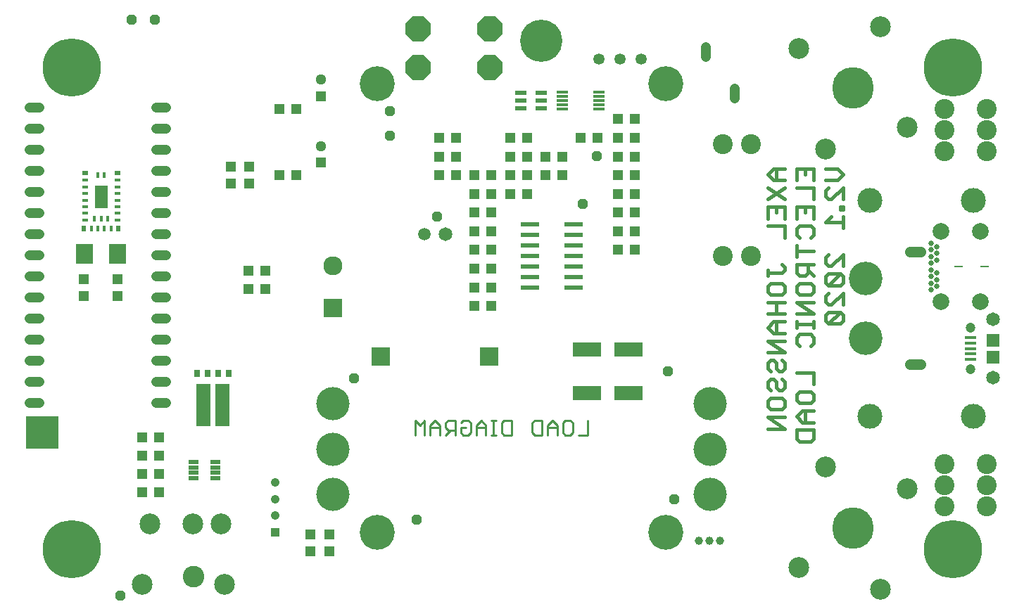
<source format=gbr>
G04 EAGLE Gerber RS-274X export*
G75*
%MOMM*%
%FSLAX34Y34*%
%LPD*%
%INSoldermask Bottom*%
%IPPOS*%
%AMOC8*
5,1,8,0,0,1.08239X$1,22.5*%
G01*
%ADD10C,0.254000*%
%ADD11C,7.000000*%
%ADD12R,4.000000X4.000000*%
%ADD13C,0.431800*%
%ADD14R,2.200000X0.600000*%
%ADD15R,1.300000X1.200000*%
%ADD16R,1.200000X1.300000*%
%ADD17C,4.050000*%
%ADD18C,1.300000*%
%ADD19C,4.200000*%
%ADD20C,2.500000*%
%ADD21C,2.600000*%
%ADD22C,1.200000*%
%ADD23C,2.400000*%
%ADD24R,1.400000X0.600000*%
%ADD25R,1.050000X1.050000*%
%ADD26C,1.050000*%
%ADD27C,4.000000*%
%ADD28C,1.000000*%
%ADD29C,3.000000*%
%ADD30R,1.400000X0.300000*%
%ADD31R,2.295000X2.295000*%
%ADD32C,2.295000*%
%ADD33R,2.200000X2.200000*%
%ADD34C,5.000000*%
%ADD35R,3.400000X1.800000*%
%ADD36C,1.650000*%
%ADD37C,1.500000*%
%ADD38P,3.247170X8X292.500000*%
%ADD39C,1.350000*%
%ADD40R,1.200000X0.550000*%
%ADD41R,0.635000X0.889000*%
%ADD42R,1.778000X5.080000*%
%ADD43R,1.290000X1.290000*%
%ADD44C,1.290000*%
%ADD45C,0.650000*%
%ADD46C,2.012400*%
%ADD47R,1.000000X0.200000*%
%ADD48R,0.550000X0.800000*%
%ADD49R,0.800000X0.400000*%
%ADD50R,0.800000X0.550000*%
%ADD51R,0.400000X0.800000*%
%ADD52R,1.500000X2.800000*%
%ADD53R,2.000000X2.400000*%
%ADD54P,1.298868X8X22.500000*%
%ADD55R,1.350000X0.400000*%
%ADD56C,1.200000*%
%ADD57R,1.550000X1.500000*%
%ADD58C,5.080000*%


D10*
X-508870Y-135355D02*
X-508870Y-152830D01*
X-520520Y-152830D01*
X-530198Y-135355D02*
X-536023Y-135355D01*
X-530198Y-135355D02*
X-527286Y-138268D01*
X-527286Y-149918D01*
X-530198Y-152830D01*
X-536023Y-152830D01*
X-538936Y-149918D01*
X-538936Y-138268D01*
X-536023Y-135355D01*
X-545701Y-141180D02*
X-545701Y-152830D01*
X-545701Y-141180D02*
X-551526Y-135355D01*
X-557351Y-141180D01*
X-557351Y-152830D01*
X-557351Y-144093D02*
X-545701Y-144093D01*
X-564117Y-135355D02*
X-564117Y-152830D01*
X-572855Y-152830D01*
X-575767Y-149918D01*
X-575767Y-138268D01*
X-572855Y-135355D01*
X-564117Y-135355D01*
X-600949Y-135355D02*
X-600949Y-152830D01*
X-609686Y-152830D01*
X-612599Y-149918D01*
X-612599Y-138268D01*
X-609686Y-135355D01*
X-600949Y-135355D01*
X-619364Y-152830D02*
X-625189Y-152830D01*
X-622277Y-152830D02*
X-622277Y-135355D01*
X-625189Y-135355D02*
X-619364Y-135355D01*
X-631641Y-141180D02*
X-631641Y-152830D01*
X-631641Y-141180D02*
X-637466Y-135355D01*
X-643291Y-141180D01*
X-643291Y-152830D01*
X-643291Y-144093D02*
X-631641Y-144093D01*
X-658795Y-135355D02*
X-661707Y-138268D01*
X-658795Y-135355D02*
X-652970Y-135355D01*
X-650057Y-138268D01*
X-650057Y-149918D01*
X-652970Y-152830D01*
X-658795Y-152830D01*
X-661707Y-149918D01*
X-661707Y-144093D01*
X-655882Y-144093D01*
X-668473Y-152830D02*
X-668473Y-135355D01*
X-677210Y-135355D01*
X-680123Y-138268D01*
X-680123Y-144093D01*
X-677210Y-147005D01*
X-668473Y-147005D01*
X-674298Y-147005D02*
X-680123Y-152830D01*
X-686889Y-152830D02*
X-686889Y-141180D01*
X-692714Y-135355D01*
X-698539Y-141180D01*
X-698539Y-152830D01*
X-698539Y-144093D02*
X-686889Y-144093D01*
X-705304Y-152830D02*
X-705304Y-135355D01*
X-711129Y-141180D01*
X-716954Y-135355D01*
X-716954Y-152830D01*
D11*
X-70000Y-290000D03*
X-1130000Y-290000D03*
X-70000Y290000D03*
X-1130000Y290000D03*
D12*
X-1165000Y-150000D03*
D13*
X-285959Y167841D02*
X-272159Y167841D01*
X-285959Y167841D02*
X-292859Y160941D01*
X-285959Y154041D01*
X-272159Y154041D01*
X-282509Y154041D02*
X-282509Y167841D01*
X-292859Y144821D02*
X-272159Y131022D01*
X-272159Y144821D02*
X-292859Y131022D01*
X-292859Y121802D02*
X-292859Y108002D01*
X-292859Y121802D02*
X-272159Y121802D01*
X-272159Y108002D01*
X-282509Y114902D02*
X-282509Y121802D01*
X-292859Y98782D02*
X-272159Y98782D01*
X-272159Y84982D01*
X-275609Y52743D02*
X-272159Y49293D01*
X-272159Y45843D01*
X-275609Y42393D01*
X-292859Y42393D01*
X-292859Y45843D02*
X-292859Y38943D01*
X-292859Y26273D02*
X-292859Y19373D01*
X-292859Y26273D02*
X-289409Y29723D01*
X-275609Y29723D01*
X-272159Y26273D01*
X-272159Y19373D01*
X-275609Y15923D01*
X-289409Y15923D01*
X-292859Y19373D01*
X-292859Y6703D02*
X-272159Y6703D01*
X-282509Y6703D02*
X-282509Y-7096D01*
X-292859Y-7096D02*
X-272159Y-7096D01*
X-272159Y-16316D02*
X-285959Y-16316D01*
X-292859Y-23216D01*
X-285959Y-30116D01*
X-272159Y-30116D01*
X-282509Y-30116D02*
X-282509Y-16316D01*
X-272159Y-39336D02*
X-292859Y-39336D01*
X-272159Y-53136D01*
X-292859Y-53136D01*
X-292859Y-72705D02*
X-289409Y-76155D01*
X-292859Y-72705D02*
X-292859Y-65806D01*
X-289409Y-62356D01*
X-285959Y-62356D01*
X-282509Y-65806D01*
X-282509Y-72705D01*
X-279059Y-76155D01*
X-275609Y-76155D01*
X-272159Y-72705D01*
X-272159Y-65806D01*
X-275609Y-62356D01*
X-292859Y-95725D02*
X-289409Y-99175D01*
X-292859Y-95725D02*
X-292859Y-88825D01*
X-289409Y-85375D01*
X-285959Y-85375D01*
X-282509Y-88825D01*
X-282509Y-95725D01*
X-279059Y-99175D01*
X-275609Y-99175D01*
X-272159Y-95725D01*
X-272159Y-88825D01*
X-275609Y-85375D01*
X-292859Y-111845D02*
X-292859Y-118745D01*
X-292859Y-111845D02*
X-289409Y-108395D01*
X-275609Y-108395D01*
X-272159Y-111845D01*
X-272159Y-118745D01*
X-275609Y-122195D01*
X-289409Y-122195D01*
X-292859Y-118745D01*
X-292859Y-131415D02*
X-272159Y-131415D01*
X-272159Y-145214D02*
X-292859Y-131415D01*
X-292859Y-145214D02*
X-272159Y-145214D01*
X-257859Y154041D02*
X-257859Y167841D01*
X-237159Y167841D01*
X-237159Y154041D01*
X-247509Y160941D02*
X-247509Y167841D01*
X-257859Y144821D02*
X-237159Y144821D01*
X-237159Y131022D01*
X-257859Y121802D02*
X-257859Y108002D01*
X-257859Y121802D02*
X-237159Y121802D01*
X-237159Y108002D01*
X-247509Y114902D02*
X-247509Y121802D01*
X-257859Y88432D02*
X-254409Y84982D01*
X-257859Y88432D02*
X-257859Y95332D01*
X-254409Y98782D01*
X-240609Y98782D01*
X-237159Y95332D01*
X-237159Y88432D01*
X-240609Y84982D01*
X-237159Y68863D02*
X-257859Y68863D01*
X-257859Y75762D02*
X-257859Y61963D01*
X-257859Y52743D02*
X-237159Y52743D01*
X-257859Y52743D02*
X-257859Y42393D01*
X-254409Y38943D01*
X-247509Y38943D01*
X-244059Y42393D01*
X-244059Y52743D01*
X-244059Y45843D02*
X-237159Y38943D01*
X-257859Y26273D02*
X-257859Y19373D01*
X-257859Y26273D02*
X-254409Y29723D01*
X-240609Y29723D01*
X-237159Y26273D01*
X-237159Y19373D01*
X-240609Y15923D01*
X-254409Y15923D01*
X-257859Y19373D01*
X-257859Y6703D02*
X-237159Y6703D01*
X-237159Y-7096D02*
X-257859Y6703D01*
X-257859Y-7096D02*
X-237159Y-7096D01*
X-237159Y-16316D02*
X-237159Y-23216D01*
X-237159Y-19766D02*
X-257859Y-19766D01*
X-257859Y-16316D02*
X-257859Y-23216D01*
X-257859Y-42013D02*
X-254409Y-45462D01*
X-257859Y-42013D02*
X-257859Y-35113D01*
X-254409Y-31663D01*
X-240609Y-31663D01*
X-237159Y-35113D01*
X-237159Y-42013D01*
X-240609Y-45462D01*
X-237159Y-77702D02*
X-257859Y-77702D01*
X-237159Y-77702D02*
X-237159Y-91502D01*
X-257859Y-104172D02*
X-257859Y-111072D01*
X-257859Y-104172D02*
X-254409Y-100722D01*
X-240609Y-100722D01*
X-237159Y-104172D01*
X-237159Y-111072D01*
X-240609Y-114521D01*
X-254409Y-114521D01*
X-257859Y-111072D01*
X-250959Y-123741D02*
X-237159Y-123741D01*
X-250959Y-123741D02*
X-257859Y-130641D01*
X-250959Y-137541D01*
X-237159Y-137541D01*
X-247509Y-137541D02*
X-247509Y-123741D01*
X-257859Y-146761D02*
X-237159Y-146761D01*
X-237159Y-157111D01*
X-240609Y-160561D01*
X-254409Y-160561D01*
X-257859Y-157111D01*
X-257859Y-146761D01*
X-222859Y167841D02*
X-209059Y167841D01*
X-202159Y160941D01*
X-209059Y154041D01*
X-222859Y154041D01*
X-202159Y144821D02*
X-202159Y131022D01*
X-202159Y144821D02*
X-215959Y131022D01*
X-219409Y131022D01*
X-222859Y134472D01*
X-222859Y141371D01*
X-219409Y144821D01*
X-205609Y121802D02*
X-202159Y121802D01*
X-205609Y121802D02*
X-205609Y118352D01*
X-202159Y118352D01*
X-202159Y121802D01*
X-215959Y110292D02*
X-222859Y103392D01*
X-202159Y103392D01*
X-202159Y110292D02*
X-202159Y96492D01*
X-202159Y64253D02*
X-202159Y50453D01*
X-202159Y64253D02*
X-215959Y50453D01*
X-219409Y50453D01*
X-222859Y53903D01*
X-222859Y60803D01*
X-219409Y64253D01*
X-219409Y41233D02*
X-205609Y41233D01*
X-219409Y41233D02*
X-222859Y37783D01*
X-222859Y30883D01*
X-219409Y27433D01*
X-205609Y27433D01*
X-202159Y30883D01*
X-202159Y37783D01*
X-205609Y41233D01*
X-219409Y27433D01*
X-202159Y18213D02*
X-202159Y4413D01*
X-202159Y18213D02*
X-215959Y4413D01*
X-219409Y4413D01*
X-222859Y7863D01*
X-222859Y14763D01*
X-219409Y18213D01*
X-219409Y-4806D02*
X-205609Y-4806D01*
X-219409Y-4806D02*
X-222859Y-8256D01*
X-222859Y-15156D01*
X-219409Y-18606D01*
X-205609Y-18606D01*
X-202159Y-15156D01*
X-202159Y-8256D01*
X-205609Y-4806D01*
X-219409Y-18606D01*
D14*
X-526500Y87900D03*
X-526500Y24400D03*
X-526500Y100600D03*
X-526500Y75200D03*
X-526500Y62500D03*
X-578500Y24400D03*
X-526500Y37100D03*
X-526500Y49800D03*
X-578500Y37100D03*
X-578500Y49800D03*
X-578500Y62500D03*
X-578500Y75200D03*
X-578500Y87900D03*
X-578500Y100600D03*
D15*
X-938500Y170660D03*
X-938500Y150340D03*
X-916500Y170660D03*
X-916500Y150340D03*
D16*
X-452340Y70000D03*
X-472660Y70000D03*
X-452340Y92500D03*
X-472660Y92500D03*
D17*
X-175000Y-36000D03*
X-175000Y36000D03*
D18*
X-121500Y-67500D02*
X-108500Y-67500D01*
X-108500Y67500D02*
X-121500Y67500D01*
D19*
X-762620Y270010D03*
X-762620Y-269990D03*
X-415620Y270010D03*
X-415620Y-269990D03*
D20*
X-950000Y-260000D03*
X-1036000Y-260000D03*
X-984000Y-260000D03*
X-1045000Y-333000D03*
X-946000Y-333000D03*
D21*
X-983000Y-323000D03*
D22*
X-1016420Y-114390D02*
X-1028420Y-114390D01*
X-1028420Y-88990D02*
X-1016420Y-88990D01*
X-1016420Y-63590D02*
X-1028420Y-63590D01*
X-1028420Y-38190D02*
X-1016420Y-38190D01*
X-1016420Y-12790D02*
X-1028420Y-12790D01*
X-1028420Y12610D02*
X-1016420Y12610D01*
X-1016420Y38010D02*
X-1028420Y38010D01*
X-1028420Y63410D02*
X-1016420Y63410D01*
X-1016420Y88810D02*
X-1028420Y88810D01*
X-1028420Y114210D02*
X-1016420Y114210D01*
X-1016420Y139610D02*
X-1028420Y139610D01*
X-1028420Y165010D02*
X-1016420Y165010D01*
X-1168820Y-114390D02*
X-1180820Y-114390D01*
X-1180820Y-88990D02*
X-1168820Y-88990D01*
X-1168820Y-63590D02*
X-1180820Y-63590D01*
X-1180820Y88810D02*
X-1168820Y88810D01*
X-1168820Y114210D02*
X-1180820Y114210D01*
X-1180820Y139610D02*
X-1168820Y139610D01*
X-1168820Y165010D02*
X-1180820Y165010D01*
X-1180820Y241210D02*
X-1168820Y241210D01*
X-1028420Y241210D02*
X-1016420Y241210D01*
X-1016420Y215810D02*
X-1028420Y215810D01*
X-1028420Y190410D02*
X-1016420Y190410D01*
X-1168820Y215810D02*
X-1180820Y215810D01*
X-1180820Y190410D02*
X-1168820Y190410D01*
X-1168820Y-38190D02*
X-1180820Y-38190D01*
X-1180820Y63410D02*
X-1168820Y63410D01*
X-1168820Y38010D02*
X-1180820Y38010D01*
X-1180820Y12610D02*
X-1168820Y12610D01*
X-1168820Y-12790D02*
X-1180820Y-12790D01*
D23*
X-80000Y-188240D03*
X-80000Y-213640D03*
X-80000Y-239040D03*
X-29200Y-239040D03*
X-29200Y-213640D03*
X-29200Y-188240D03*
X-80000Y240000D03*
X-80000Y214600D03*
X-80000Y189200D03*
X-29200Y189200D03*
X-29200Y214600D03*
X-29200Y240000D03*
D24*
X-565000Y259500D03*
X-565000Y250000D03*
X-565000Y240500D03*
X-590000Y240500D03*
X-590000Y250000D03*
X-590000Y259500D03*
D25*
X-885500Y-270000D03*
D26*
X-885500Y-250000D03*
X-885500Y-230000D03*
X-885500Y-210000D03*
D27*
X-816000Y-115400D03*
X-816000Y-170000D03*
X-816000Y-224600D03*
X-362000Y-224600D03*
X-362000Y-170000D03*
X-362000Y-115400D03*
D28*
X-350000Y-280000D03*
X-362700Y-280000D03*
X-375400Y-280000D03*
D29*
X-170000Y130000D03*
X-45000Y130000D03*
X-170000Y-130000D03*
X-45000Y-130000D03*
D27*
X-1130000Y290000D03*
X-1130000Y-290000D03*
X-70000Y-290000D03*
X-70000Y290000D03*
D30*
X-495500Y260000D03*
X-495500Y255000D03*
X-495500Y250000D03*
X-495500Y245000D03*
X-495500Y240000D03*
X-539500Y240000D03*
X-539500Y245000D03*
X-539500Y250000D03*
X-539500Y255000D03*
X-539500Y260000D03*
D16*
X-452340Y227500D03*
X-472660Y227500D03*
X-452340Y205000D03*
X-472660Y205000D03*
X-497340Y205000D03*
X-517660Y205000D03*
X-897340Y45000D03*
X-917660Y45000D03*
X-897340Y23000D03*
X-917660Y23000D03*
X-539840Y182500D03*
X-560160Y182500D03*
X-582340Y182500D03*
X-602660Y182500D03*
X-602660Y137500D03*
X-582340Y137500D03*
X-602660Y160000D03*
X-582340Y160000D03*
X-624840Y160000D03*
X-645160Y160000D03*
X-624840Y137500D03*
X-645160Y137500D03*
X-472660Y160000D03*
X-452340Y160000D03*
X-624840Y25000D03*
X-645160Y25000D03*
X-645160Y115000D03*
X-624840Y115000D03*
X-560160Y160000D03*
X-539840Y160000D03*
X-687660Y205000D03*
X-667340Y205000D03*
X-645160Y92500D03*
X-624840Y92500D03*
X-667340Y182500D03*
X-687660Y182500D03*
X-687660Y160000D03*
X-667340Y160000D03*
X-472660Y115000D03*
X-452340Y115000D03*
X-624840Y70000D03*
X-645160Y70000D03*
X-624840Y47500D03*
X-645160Y47500D03*
X-472660Y137500D03*
X-452340Y137500D03*
D31*
X-816000Y0D03*
D32*
X-816000Y50800D03*
D16*
X-602660Y205000D03*
X-582340Y205000D03*
X-624840Y3000D03*
X-645160Y3000D03*
X-472660Y182500D03*
X-452340Y182500D03*
D33*
X-758100Y-58000D03*
X-628100Y-58000D03*
D23*
X-347000Y62650D03*
X-313000Y62650D03*
X-347000Y197350D03*
X-313000Y197350D03*
D34*
X-190000Y-265000D03*
D20*
X-222893Y-191482D03*
X-255245Y-312222D03*
X-124755Y-217778D03*
X-157107Y-338518D03*
D34*
X-190000Y265000D03*
D20*
X-124755Y217778D03*
X-157107Y338518D03*
X-222893Y191482D03*
X-255245Y312222D03*
D35*
X-510000Y-50000D03*
X-510000Y-102000D03*
X-460000Y-50000D03*
X-460000Y-102000D03*
D36*
X-680600Y89000D03*
D37*
X-706000Y89000D03*
D38*
X-627000Y336500D03*
X-713000Y336500D03*
X-713000Y289500D03*
X-627000Y289500D03*
D39*
X-495400Y300000D03*
X-470000Y300000D03*
X-444600Y300000D03*
D22*
X-367000Y302000D02*
X-367000Y314000D01*
X-332000Y264000D02*
X-332000Y252000D01*
D40*
X-983000Y-204750D03*
X-983000Y-198250D03*
X-983000Y-191750D03*
X-983000Y-185250D03*
X-957000Y-185250D03*
X-957000Y-191750D03*
X-957000Y-198250D03*
X-957000Y-204750D03*
D41*
X-979050Y-78400D03*
X-966350Y-78400D03*
X-953650Y-78400D03*
X-940950Y-78400D03*
D42*
X-971150Y-116350D03*
X-948850Y-116350D03*
D43*
X-830500Y175000D03*
D44*
X-830500Y195000D03*
D43*
X-830500Y255000D03*
D44*
X-830500Y275000D03*
D16*
X-880160Y160000D03*
X-859840Y160000D03*
X-880160Y240000D03*
X-859840Y240000D03*
X-1024840Y-178000D03*
X-1045160Y-178000D03*
X-1045160Y-156000D03*
X-1024840Y-156000D03*
X-1045160Y-200000D03*
X-1024840Y-200000D03*
X-1024840Y-222000D03*
X-1045160Y-222000D03*
D15*
X-820000Y-292660D03*
X-820000Y-272340D03*
X-842500Y-292660D03*
X-842500Y-272340D03*
D45*
X-95950Y30000D03*
X-95950Y70000D03*
D46*
X-84450Y7300D03*
X-84450Y92700D03*
X-37150Y7300D03*
X-37150Y92700D03*
D47*
X-62650Y50000D03*
X-31650Y50000D03*
D45*
X-95950Y22000D03*
X-88950Y26000D03*
X-88950Y34000D03*
X-95950Y38000D03*
X-88950Y42000D03*
X-95950Y46000D03*
X-95950Y54000D03*
X-88950Y58000D03*
X-95950Y62000D03*
X-88950Y66000D03*
X-88950Y74000D03*
X-95950Y78000D03*
D48*
X-1115250Y96000D03*
D49*
X-1114000Y106000D03*
X-1114000Y114000D03*
X-1114000Y122000D03*
X-1114000Y130000D03*
X-1114000Y138000D03*
X-1114000Y146000D03*
X-1114000Y154000D03*
D50*
X-1114000Y162750D03*
D51*
X-1098500Y160000D03*
X-1090500Y160000D03*
D48*
X-1073750Y96000D03*
D49*
X-1075000Y106000D03*
X-1075000Y114000D03*
X-1075000Y122000D03*
X-1075000Y130000D03*
X-1075000Y138000D03*
X-1075000Y146000D03*
X-1075000Y154000D03*
D50*
X-1075000Y162750D03*
D51*
X-1082500Y96000D03*
X-1090500Y96000D03*
X-1098500Y96000D03*
X-1106500Y96000D03*
X-1086500Y108000D03*
X-1094500Y108000D03*
X-1102500Y108000D03*
D52*
X-1094500Y134000D03*
D53*
X-1074500Y65000D03*
X-1114500Y65000D03*
D15*
X-1115000Y35160D03*
X-1115000Y14840D03*
X-1075000Y35160D03*
X-1075000Y14840D03*
D54*
X-1071400Y-346600D03*
X-790000Y-85000D03*
X-405000Y-230000D03*
X-715000Y-255000D03*
X-413000Y-76000D03*
X-690000Y110000D03*
X-515000Y125000D03*
X-498000Y183000D03*
D55*
X-48309Y-35815D03*
X-48309Y-42315D03*
X-48309Y-48815D03*
X-48309Y-55315D03*
X-48309Y-61815D03*
D56*
X-48309Y-23815D03*
X-48309Y-73815D03*
D36*
X-21309Y-13815D03*
X-21309Y-83815D03*
D57*
X-21309Y-38815D03*
X-21309Y-58815D03*
D54*
X-747500Y237500D03*
X-747500Y207500D03*
D58*
X-565000Y322000D03*
D54*
X-1057500Y347000D03*
X-1030000Y347000D03*
M02*

</source>
